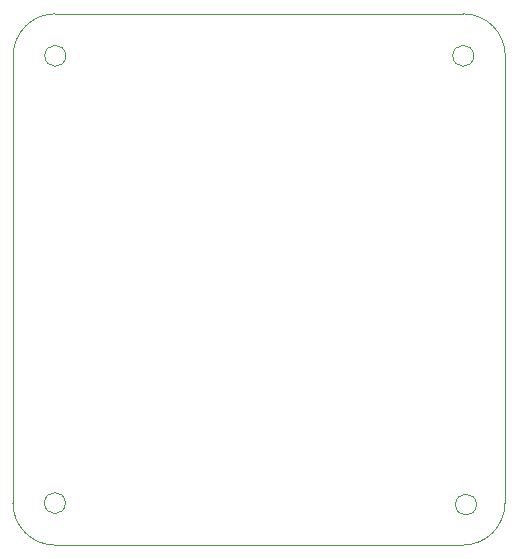
<source format=gm1>
G04 #@! TF.GenerationSoftware,KiCad,Pcbnew,(5.1.10)-1*
G04 #@! TF.CreationDate,2022-03-18T02:24:14-07:00*
G04 #@! TF.ProjectId,Chekov,4368656b-6f76-42e6-9b69-6361645f7063,rev?*
G04 #@! TF.SameCoordinates,Original*
G04 #@! TF.FileFunction,Profile,NP*
%FSLAX46Y46*%
G04 Gerber Fmt 4.6, Leading zero omitted, Abs format (unit mm)*
G04 Created by KiCad (PCBNEW (5.1.10)-1) date 2022-03-18 02:24:14*
%MOMM*%
%LPD*%
G01*
G04 APERTURE LIST*
G04 #@! TA.AperFunction,Profile*
%ADD10C,0.101600*%
G04 #@! TD*
G04 #@! TA.AperFunction,Profile*
%ADD11C,0.100000*%
G04 #@! TD*
G04 APERTURE END LIST*
D10*
X117830600Y-92227400D02*
X117856000Y-89789000D01*
X76174600Y-92227400D02*
X76200000Y-89789000D01*
X76200000Y-54356000D02*
G75*
G02*
X79756000Y-50800000I3556000J0D01*
G01*
X79730600Y-95783400D02*
G75*
G02*
X76174600Y-92227400I0J3556000D01*
G01*
X117830600Y-92227400D02*
G75*
G02*
X114274600Y-95783400I-3556000J0D01*
G01*
X114300000Y-50800000D02*
G75*
G02*
X117856000Y-54356000I0J-3556000D01*
G01*
X79756000Y-50800000D02*
X114300000Y-50800000D01*
X76200000Y-54356000D02*
X76200000Y-89789000D01*
X114274600Y-95783400D02*
X79730600Y-95783400D01*
X117856000Y-54356000D02*
X117856000Y-89789000D01*
D11*
X80645000Y-54356000D02*
G75*
G03*
X80645000Y-54356000I-889000J0D01*
G01*
X80619600Y-92227400D02*
G75*
G03*
X80619600Y-92227400I-889000J0D01*
G01*
X115417600Y-92354400D02*
G75*
G03*
X115417600Y-92354400I-889000J0D01*
G01*
X115189000Y-54356000D02*
G75*
G03*
X115189000Y-54356000I-889000J0D01*
G01*
M02*

</source>
